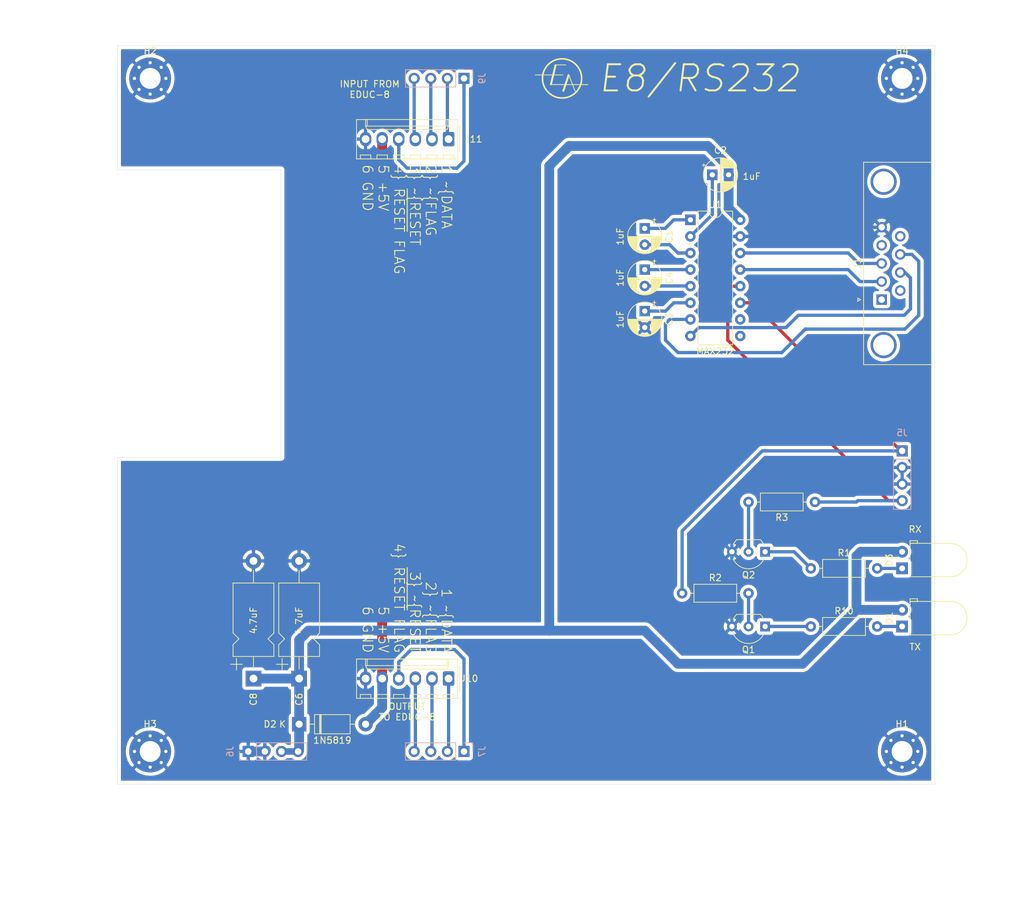
<source format=kicad_pcb>
(kicad_pcb (version 20171130) (host pcbnew "(5.1.10-1-10_14)")
  (layers (0 F.Cu signal) (31 B.Cu signal) (34 B.Paste user) (35 F.Paste user) (36 B.SilkS user) (37 F.SilkS user) (38 B.Mask user) (39 F.Mask user) (44 Edge.Cuts user))
  (net 0 "")
  (net 1 "Net-(J1-Pad9)")
  (net 2 "Net-(J1-Pad4)")
  (net 3 "Net-(D1-Pad1)")
  (net 4 +5V)
  (net 5 GND)
  (net 6 "Net-(C1-Pad1)")
  (net 7 "Net-(C2-Pad1)")
  (net 8 RX)
  (net 9 TX)
  (net 10 "Net-(C4-Pad1)")
  (net 11 rst)
  (net 12 flag)
  (net 13 data)
  (net 14 clock)
  (net 15 I_rst)
  (net 16 I_flag)
  (net 17 I_data)
  (net 18 I_clock)
  (net 19 "Net-(D2-Pad2)")
  (net 20 "Net-(C1-Pad2)")
  (net 21 "Net-(C3-Pad1)")
  (net 22 "Net-(C4-Pad2)")
  (net 23 CTS)
  (net 24 RTS)
  (net 25 "Net-(J1-Pad6)")
  (net 26 TX_D)
  (net 27 RX_D)
  (net 28 "Net-(J1-Pad1)")
  (net 29 "Net-(U1-Pad10)")
  (net 30 "Net-(U1-Pad9)")
  (net 31 "Net-(D3-Pad1)")
  (net 32 "Net-(Q1-Pad1)")
  (net 33 "Net-(Q1-Pad2)")
  (net 34 "Net-(Q2-Pad1)")
  (net 35 "Net-(Q2-Pad2)")
  (net 36 "Net-(U1-Pad12)")
  (module Resistor_THT:R_Axial_DIN0207_L6.3mm_D2.5mm_P10.16mm_Horizontal (layer F.Cu) (at 136.045 108.87)
    (fp_text reference R10 (at 5.08 -2.37) (layer F.SilkS))
    (fp_text value 180R)
    (pad 2 thru_hole oval (at 10.16 0) (size 1.6 1.6) (drill 0.8) (layers *.Cu *.Mask) (net 3 "Net-(D1-Pad1)"))
    (pad 1 thru_hole circle (at 0 0) (size 1.6 1.6) (drill 0.8) (layers *.Cu *.Mask) (net 32 "Net-(Q1-Pad1)"))
  )
  (module Resistor_THT:R_Axial_DIN0207_L6.3mm_D2.5mm_P10.16mm_Horizontal (layer F.Cu) (at 136.68 89.82 180)
    (fp_text reference R3 (at 5.08 -2.37) (layer F.SilkS))
    (fp_text value 4k7)
    (pad 2 thru_hole oval (at 10.16 0 180) (size 1.6 1.6) (drill 0.8) (layers *.Cu *.Mask) (net 35 "Net-(Q2-Pad2)"))
    (pad 1 thru_hole circle (at 0 0 180) (size 1.6 1.6) (drill 0.8) (layers *.Cu *.Mask) (net 8 RX))
  )
  (module Resistor_THT:R_Axial_DIN0207_L6.3mm_D2.5mm_P10.16mm_Horizontal (layer F.Cu) (at 116.36 103.79)
    (fp_text reference R2 (at 5.08 -2.37) (layer F.SilkS))
    (fp_text value 4k7)
    (pad 2 thru_hole oval (at 10.16 0) (size 1.6 1.6) (drill 0.8) (layers *.Cu *.Mask) (net 33 "Net-(Q1-Pad2)"))
    (pad 1 thru_hole circle (at 0 0) (size 1.6 1.6) (drill 0.8) (layers *.Cu *.Mask) (net 9 TX))
  )
  (module Resistor_THT:R_Axial_DIN0207_L6.3mm_D2.5mm_P10.16mm_Horizontal (layer F.Cu) (at 136.045 99.98)
    (fp_text reference R1 (at 5.08 -2.37) (layer F.SilkS))
    (fp_text value 180R)
    (pad 2 thru_hole oval (at 10.16 0) (size 1.6 1.6) (drill 0.8) (layers *.Cu *.Mask) (net 31 "Net-(D3-Pad1)"))
    (pad 1 thru_hole circle (at 0 0) (size 1.6 1.6) (drill 0.8) (layers *.Cu *.Mask) (net 34 "Net-(Q2-Pad1)"))
  )
  (module Package_TO_SOT_THT:TO-92_Inline_Wide (layer F.Cu) (at 129.06 97.44 180)
    (fp_text reference Q2 (at 2.54 -3.56) (layer F.SilkS))
    (fp_text value BC548)
    (pad 1 thru_hole rect (at 0 0 180) (size 1.5 1.5) (drill 0.8) (layers *.Cu *.Mask) (net 34 "Net-(Q2-Pad1)"))
    (pad 3 thru_hole circle (at 5.08 0 180) (size 1.5 1.5) (drill 0.8) (layers *.Cu *.Mask) (net 5 GND))
    (pad 2 thru_hole circle (at 2.54 0 180) (size 1.5 1.5) (drill 0.8) (layers *.Cu *.Mask) (net 35 "Net-(Q2-Pad2)"))
  )
  (module Package_TO_SOT_THT:TO-92_Inline_Wide (layer F.Cu) (at 129.06 108.87 180)
    (fp_text reference Q1 (at 2.54 -3.56) (layer F.SilkS))
    (fp_text value BC548)
    (pad 1 thru_hole rect (at 0 0 180) (size 1.5 1.5) (drill 0.8) (layers *.Cu *.Mask) (net 32 "Net-(Q1-Pad1)"))
    (pad 3 thru_hole circle (at 5.08 0 180) (size 1.5 1.5) (drill 0.8) (layers *.Cu *.Mask) (net 5 GND))
    (pad 2 thru_hole circle (at 2.54 0 180) (size 1.5 1.5) (drill 0.8) (layers *.Cu *.Mask) (net 33 "Net-(Q1-Pad2)"))
  )
  (module LED_THT:LED_D5.0mm_Horizontal_O1.27mm_Z3.0mm (layer F.Cu) (at 150.015 99.98 90)
    (fp_text reference D3 (at 1.27 -1.96 90) (layer F.SilkS))
    (fp_text value LED)
    (pad 2 thru_hole circle (at 2.54 0 90) (size 1.8 1.8) (drill 0.9) (layers *.Cu *.Mask) (net 4 +5V))
    (pad 1 thru_hole rect (at 0 0 90) (size 1.8 1.8) (drill 0.9) (layers *.Cu *.Mask) (net 31 "Net-(D3-Pad1)"))
  )
  (module LED_THT:LED_D5.0mm_Horizontal_O1.27mm_Z3.0mm (layer F.Cu) (at 150.015 108.87 90)
    (fp_text reference D1 (at 1.27 -1.96 90) (layer F.SilkS))
    (fp_text value LED)
    (pad 2 thru_hole circle (at 2.54 0 90) (size 1.8 1.8) (drill 0.9) (layers *.Cu *.Mask) (net 4 +5V))
    (pad 1 thru_hole rect (at 0 0 90) (size 1.8 1.8) (drill 0.9) (layers *.Cu *.Mask) (net 3 "Net-(D1-Pad1)"))
  )
  (module Connector_PinSocket_2.54mm:PinSocket_1x04_P2.54mm_Vertical (layer B.Cu) (at 150.015 82 180)
    (fp_text reference J5 (at 0 2.77) (layer B.SilkS) (effects (justify mirror)))
    (fp_text value Conn_01x04_Female)
    (pad 4 thru_hole oval (at 0 -7.62 180) (size 1.7 1.7) (drill 1) (layers *.Cu *.Mask) (net 8 RX))
    (pad 3 thru_hole oval (at 0 -5.08 180) (size 1.7 1.7) (drill 1) (layers *.Cu *.Mask) (net 5 GND))
    (pad 2 thru_hole oval (at 0 -2.54 180) (size 1.7 1.7) (drill 1) (layers *.Cu *.Mask) (net 5 GND))
    (pad 1 thru_hole rect (at 0 0 180) (size 1.7 1.7) (drill 1) (layers *.Cu *.Mask) (net 9 TX))
  )
  (module Package_DIP:DIP-16_W7.62mm (layer F.Cu) (at 117.63 46.64)
    (fp_text reference U1 (at 3.81 -2.33) (layer F.SilkS))
    (fp_text value MAX232 (at 3.81 20.11) (layer F.SilkS))
    (pad 16 thru_hole oval (at 7.62 0) (size 1.6 1.6) (drill 0.8) (layers *.Cu *.Mask) (net 4 +5V))
    (pad 8 thru_hole oval (at 0 17.78) (size 1.6 1.6) (drill 0.8) (layers *.Cu *.Mask) (net 24 RTS))
    (pad 15 thru_hole oval (at 7.62 2.54) (size 1.6 1.6) (drill 0.8) (layers *.Cu *.Mask) (net 5 GND))
    (pad 7 thru_hole oval (at 0 15.24) (size 1.6 1.6) (drill 0.8) (layers *.Cu *.Mask) (net 23 CTS))
    (pad 14 thru_hole oval (at 7.62 5.08) (size 1.6 1.6) (drill 0.8) (layers *.Cu *.Mask) (net 26 TX_D))
    (pad 6 thru_hole oval (at 0 12.7) (size 1.6 1.6) (drill 0.8) (layers *.Cu *.Mask) (net 21 "Net-(C3-Pad1)"))
    (pad 13 thru_hole oval (at 7.62 7.62) (size 1.6 1.6) (drill 0.8) (layers *.Cu *.Mask) (net 27 RX_D))
    (pad 5 thru_hole oval (at 0 10.16) (size 1.6 1.6) (drill 0.8) (layers *.Cu *.Mask) (net 22 "Net-(C4-Pad2)"))
    (pad 12 thru_hole oval (at 7.62 10.16) (size 1.6 1.6) (drill 0.8) (layers *.Cu *.Mask) (net 36 "Net-(U1-Pad12)"))
    (pad 4 thru_hole oval (at 0 7.62) (size 1.6 1.6) (drill 0.8) (layers *.Cu *.Mask) (net 10 "Net-(C4-Pad1)"))
    (pad 11 thru_hole oval (at 7.62 12.7) (size 1.6 1.6) (drill 0.8) (layers *.Cu *.Mask) (net 9 TX))
    (pad 3 thru_hole oval (at 0 5.08) (size 1.6 1.6) (drill 0.8) (layers *.Cu *.Mask) (net 20 "Net-(C1-Pad2)"))
    (pad 10 thru_hole oval (at 7.62 15.24) (size 1.6 1.6) (drill 0.8) (layers *.Cu *.Mask) (net 29 "Net-(U1-Pad10)"))
    (pad 2 thru_hole oval (at 0 2.54) (size 1.6 1.6) (drill 0.8) (layers *.Cu *.Mask) (net 7 "Net-(C2-Pad1)"))
    (pad 9 thru_hole oval (at 7.62 17.78) (size 1.6 1.6) (drill 0.8) (layers *.Cu *.Mask) (net 30 "Net-(U1-Pad9)"))
    (pad 1 thru_hole rect (at 0 0) (size 1.6 1.6) (drill 0.8) (layers *.Cu *.Mask) (net 6 "Net-(C1-Pad1)"))
  )
  (module Connector_Dsub:DSUB-9_Male_Horizontal_P2.77x2.84mm_EdgePinOffset4.94mm_Housed_MountingHolesOffset7.48mm (layer F.Cu) (at 146.88 58.855 90)
    (fp_text reference J1 (at 5.54 -3.7 90) (layer F.SilkS))
    (fp_text value DB9_Male)
    (pad 0 thru_hole circle (at 18.04 0.3 90) (size 4 4) (drill 3.2) (layers *.Cu *.Mask))
    (pad 0 thru_hole circle (at -6.96 0.3 90) (size 4 4) (drill 3.2) (layers *.Cu *.Mask))
    (pad 9 thru_hole circle (at 9.695 2.84 90) (size 1.6 1.6) (drill 1) (layers *.Cu *.Mask) (net 1 "Net-(J1-Pad9)"))
    (pad 8 thru_hole circle (at 6.925 2.84 90) (size 1.6 1.6) (drill 1) (layers *.Cu *.Mask) (net 23 CTS))
    (pad 7 thru_hole circle (at 4.155 2.84 90) (size 1.6 1.6) (drill 1) (layers *.Cu *.Mask) (net 24 RTS))
    (pad 6 thru_hole circle (at 1.385 2.84 90) (size 1.6 1.6) (drill 1) (layers *.Cu *.Mask) (net 25 "Net-(J1-Pad6)"))
    (pad 5 thru_hole circle (at 11.08 0 90) (size 1.6 1.6) (drill 1) (layers *.Cu *.Mask) (net 5 GND))
    (pad 4 thru_hole circle (at 8.31 0 90) (size 1.6 1.6) (drill 1) (layers *.Cu *.Mask) (net 2 "Net-(J1-Pad4)"))
    (pad 3 thru_hole circle (at 5.54 0 90) (size 1.6 1.6) (drill 1) (layers *.Cu *.Mask) (net 26 TX_D))
    (pad 2 thru_hole circle (at 2.77 0 90) (size 1.6 1.6) (drill 1) (layers *.Cu *.Mask) (net 27 RX_D))
    (pad 1 thru_hole rect (at 0 0 90) (size 1.6 1.6) (drill 1) (layers *.Cu *.Mask) (net 28 "Net-(J1-Pad1)"))
  )
  (module Capacitor_THT:CP_Radial_D5.0mm_P2.50mm (layer F.Cu) (at 110.645 54.26 270)
    (fp_text reference C4 (at 1.25 -3.75 90) (layer F.SilkS))
    (fp_text value 1uF (at 1.25 3.75 90) (layer F.SilkS))
    (pad 2 thru_hole circle (at 2.5 0 270) (size 1.6 1.6) (drill 0.8) (layers *.Cu *.Mask) (net 22 "Net-(C4-Pad2)"))
    (pad 1 thru_hole rect (at 0 0 270) (size 1.6 1.6) (drill 0.8) (layers *.Cu *.Mask) (net 10 "Net-(C4-Pad1)"))
  )
  (module Capacitor_THT:CP_Radial_D5.0mm_P2.50mm (layer F.Cu) (at 110.645 60.61 270)
    (fp_text reference C3 (at 1.25 -3.75 90) (layer F.SilkS))
    (fp_text value 1uF (at 1.25 3.75 270) (layer F.SilkS))
    (pad 2 thru_hole circle (at 2.5 0 270) (size 1.6 1.6) (drill 0.8) (layers *.Cu *.Mask) (net 5 GND))
    (pad 1 thru_hole rect (at 0 0 270) (size 1.6 1.6) (drill 0.8) (layers *.Cu *.Mask) (net 21 "Net-(C3-Pad1)"))
  )
  (module Capacitor_THT:CP_Radial_D5.0mm_P2.50mm (layer F.Cu) (at 120.98 39.755)
    (fp_text reference C2 (at 1.25 -3.75) (layer F.SilkS))
    (fp_text value 1uF (at 6.02 0.245) (layer F.SilkS))
    (pad 2 thru_hole circle (at 2.5 0) (size 1.6 1.6) (drill 0.8) (layers *.Cu *.Mask) (net 4 +5V))
    (pad 1 thru_hole rect (at 0 0) (size 1.6 1.6) (drill 0.8) (layers *.Cu *.Mask) (net 7 "Net-(C2-Pad1)"))
  )
  (module Capacitor_THT:CP_Radial_D5.0mm_P2.50mm (layer F.Cu) (at 110.645 47.95 270)
    (fp_text reference C1 (at 1.25 -3.75 90) (layer F.SilkS))
    (fp_text value 1uF (at 1.25 3.75 90) (layer F.SilkS))
    (pad 2 thru_hole circle (at 2.5 0 270) (size 1.6 1.6) (drill 0.8) (layers *.Cu *.Mask) (net 20 "Net-(C1-Pad2)"))
    (pad 1 thru_hole rect (at 0 0 270) (size 1.6 1.6) (drill 0.8) (layers *.Cu *.Mask) (net 6 "Net-(C1-Pad1)"))
  )
  (module Diode_THT:D_DO-41_SOD81_P10.16mm_Horizontal (layer F.Cu) (at 57.785 123.825)
    (fp_text reference D2 (at -4.445 0) (layer F.SilkS))
    (fp_text value 1N5819 (at 5.08 2.47) (layer F.SilkS))
    (fp_text user K (at -2.54 0) (layer F.SilkS))
    (pad 2 thru_hole oval (at 10.16 0) (size 2.2 2.2) (drill 1.1) (layers *.Cu *.Mask) (net 19 "Net-(D2-Pad2)"))
    (pad 1 thru_hole rect (at 0 0) (size 2.2 2.2) (drill 1.1) (layers *.Cu *.Mask) (net 4 +5V))
  )
  (module Capacitor_THT:CP_Axial_L11.0mm_D6.0mm_P18.00mm_Horizontal (layer F.Cu) (at 50.8 116.84 90)
    (fp_text reference C8 (at -3.175 0 90) (layer F.SilkS))
    (fp_text value 4.7uF (at 8.89 0 90) (layer F.SilkS))
    (pad 2 thru_hole oval (at 18 0 90) (size 2.4 2.4) (drill 1.2) (layers *.Cu *.Mask) (net 5 GND))
    (pad 1 thru_hole rect (at 0 0 90) (size 2.4 2.4) (drill 1.2) (layers *.Cu *.Mask) (net 4 +5V))
  )
  (module Capacitor_THT:CP_Axial_L11.0mm_D6.0mm_P18.00mm_Horizontal (layer F.Cu) (at 57.785 116.84 90)
    (fp_text reference C6 (at -3.175 0 90) (layer F.SilkS))
    (fp_text value 4.7uF (at 8.89 0 90) (layer F.SilkS))
    (pad 2 thru_hole oval (at 18 0 90) (size 2.4 2.4) (drill 1.2) (layers *.Cu *.Mask) (net 5 GND))
    (pad 1 thru_hole rect (at 0 0 90) (size 2.4 2.4) (drill 1.2) (layers *.Cu *.Mask) (net 4 +5V))
  )
  (module EDUC-8:EA_Symbol (layer F.Cu) (at 98 25)
    (fp_text reference REF** hide)
    (fp_text value EA_Symbol hide)
  )
  (module Connector_Molex:Molex_KK-254_AE-6410-06A_1x06_P2.54mm_Vertical (layer F.Cu) (at 80.645 34.29 180)
    (fp_text reference J11 (at -3.81 0) (layer F.SilkS))
    (fp_text value Conn_01x06_Male)
    (pad 6 thru_hole oval (at 12.7 0 180) (size 1.74 2.19) (drill 1.19) (layers *.Cu *.Mask) (net 5 GND))
    (pad 5 thru_hole oval (at 10.16 0 180) (size 1.74 2.19) (drill 1.19) (layers *.Cu *.Mask) (net 19 "Net-(D2-Pad2)"))
    (pad 4 thru_hole oval (at 7.62 0 180) (size 1.74 2.19) (drill 1.19) (layers *.Cu *.Mask) (net 14 clock))
    (pad 3 thru_hole oval (at 5.08 0 180) (size 1.74 2.19) (drill 1.19) (layers *.Cu *.Mask) (net 11 rst))
    (pad 2 thru_hole oval (at 2.54 0 180) (size 1.74 2.19) (drill 1.19) (layers *.Cu *.Mask) (net 12 flag))
    (pad 1 thru_hole roundrect (at 0 0 180) (size 1.74 2.19) (drill 1.19) (layers *.Cu *.Mask) (roundrect_rratio 0.1436775862068966) (net 13 data))
  )
  (module Connector_Molex:Molex_KK-254_AE-6410-06A_1x06_P2.54mm_Vertical (layer F.Cu) (at 80.645 116.84 180)
    (fp_text reference J10 (at -3.175 0) (layer F.SilkS))
    (fp_text value Conn_01x06_Male)
    (pad 6 thru_hole oval (at 12.7 0 180) (size 1.74 2.19) (drill 1.19) (layers *.Cu *.Mask) (net 5 GND))
    (pad 5 thru_hole oval (at 10.16 0 180) (size 1.74 2.19) (drill 1.19) (layers *.Cu *.Mask) (net 19 "Net-(D2-Pad2)"))
    (pad 4 thru_hole oval (at 7.62 0 180) (size 1.74 2.19) (drill 1.19) (layers *.Cu *.Mask) (net 18 I_clock))
    (pad 3 thru_hole oval (at 5.08 0 180) (size 1.74 2.19) (drill 1.19) (layers *.Cu *.Mask) (net 15 I_rst))
    (pad 2 thru_hole oval (at 2.54 0 180) (size 1.74 2.19) (drill 1.19) (layers *.Cu *.Mask) (net 16 I_flag))
    (pad 1 thru_hole roundrect (at 0 0 180) (size 1.74 2.19) (drill 1.19) (layers *.Cu *.Mask) (roundrect_rratio 0.1436775862068966) (net 17 I_data))
  )
  (module Connector_PinSocket_2.54mm:PinSocket_1x04_P2.54mm_Vertical (layer B.Cu) (at 83 25 90)
    (fp_text reference J9 (at 0 2.77 -90) (layer B.SilkS) (effects (justify mirror)))
    (fp_text value Conn_01x04_Female hide)
    (pad 4 thru_hole oval (at 0 -7.62 90) (size 1.7 1.7) (drill 1) (layers *.Cu *.Mask) (net 11 rst))
    (pad 3 thru_hole oval (at 0 -5.08 90) (size 1.7 1.7) (drill 1) (layers *.Cu *.Mask) (net 12 flag))
    (pad 2 thru_hole oval (at 0 -2.54 90) (size 1.7 1.7) (drill 1) (layers *.Cu *.Mask) (net 13 data))
    (pad 1 thru_hole rect (at 0 0 90) (size 1.7 1.7) (drill 1) (layers *.Cu *.Mask) (net 14 clock))
  )
  (module Connector_PinSocket_2.54mm:PinSocket_1x04_P2.54mm_Vertical (layer B.Cu) (at 83 128 90)
    (fp_text reference J7 (at 0 2.77 -90) (layer B.SilkS) (effects (justify mirror)))
    (fp_text value Conn_01x04_Female)
    (pad 4 thru_hole oval (at 0 -7.62 90) (size 1.7 1.7) (drill 1) (layers *.Cu *.Mask) (net 15 I_rst))
    (pad 3 thru_hole oval (at 0 -5.08 90) (size 1.7 1.7) (drill 1) (layers *.Cu *.Mask) (net 16 I_flag))
    (pad 2 thru_hole oval (at 0 -2.54 90) (size 1.7 1.7) (drill 1) (layers *.Cu *.Mask) (net 17 I_data))
    (pad 1 thru_hole rect (at 0 0 90) (size 1.7 1.7) (drill 1) (layers *.Cu *.Mask) (net 18 I_clock))
  )
  (module Connector_PinSocket_2.54mm:PinSocket_1x04_P2.54mm_Vertical (layer B.Cu) (at 50 128 270)
    (fp_text reference J6 (at 0 2.77 270) (layer B.SilkS) (effects (justify mirror)))
    (fp_text value Conn_01x04_Female)
    (pad 4 thru_hole oval (at 0 -7.62 270) (size 1.7 1.7) (drill 1) (layers *.Cu *.Mask) (net 4 +5V))
    (pad 3 thru_hole oval (at 0 -5.08 270) (size 1.7 1.7) (drill 1) (layers *.Cu *.Mask) (net 4 +5V))
    (pad 2 thru_hole oval (at 0 -2.54 270) (size 1.7 1.7) (drill 1) (layers *.Cu *.Mask) (net 5 GND))
    (pad 1 thru_hole rect (at 0 0 270) (size 1.7 1.7) (drill 1) (layers *.Cu *.Mask) (net 5 GND))
  )
  (module MountingHole:MountingHole_3.2mm_M3_Pad_Via (layer F.Cu) (at 150 25)
    (fp_text reference H4 (at 0 -4.2) (layer F.SilkS))
    (fp_text value M3)
    (pad 1 thru_hole circle (at 1.697056 -1.697056) (size 0.8 0.8) (drill 0.5) (layers *.Cu *.Mask) (net 5 GND))
    (pad 1 thru_hole circle (at 0 -2.4) (size 0.8 0.8) (drill 0.5) (layers *.Cu *.Mask) (net 5 GND))
    (pad 1 thru_hole circle (at -1.697056 -1.697056) (size 0.8 0.8) (drill 0.5) (layers *.Cu *.Mask) (net 5 GND))
    (pad 1 thru_hole circle (at -2.4 0) (size 0.8 0.8) (drill 0.5) (layers *.Cu *.Mask) (net 5 GND))
    (pad 1 thru_hole circle (at -1.697056 1.697056) (size 0.8 0.8) (drill 0.5) (layers *.Cu *.Mask) (net 5 GND))
    (pad 1 thru_hole circle (at 0 2.4) (size 0.8 0.8) (drill 0.5) (layers *.Cu *.Mask) (net 5 GND))
    (pad 1 thru_hole circle (at 1.697056 1.697056) (size 0.8 0.8) (drill 0.5) (layers *.Cu *.Mask) (net 5 GND))
    (pad 1 thru_hole circle (at 2.4 0) (size 0.8 0.8) (drill 0.5) (layers *.Cu *.Mask) (net 5 GND))
    (pad 1 thru_hole circle (at 0 0) (size 6.4 6.4) (drill 3.2) (layers *.Cu *.Mask) (net 5 GND))
  )
  (module MountingHole:MountingHole_3.2mm_M3_Pad_Via (layer F.Cu) (at 35 128)
    (fp_text reference H3 (at 0 -4.2) (layer F.SilkS))
    (fp_text value M3)
    (pad 1 thru_hole circle (at 1.697056 -1.697056) (size 0.8 0.8) (drill 0.5) (layers *.Cu *.Mask) (net 5 GND))
    (pad 1 thru_hole circle (at 0 -2.4) (size 0.8 0.8) (drill 0.5) (layers *.Cu *.Mask) (net 5 GND))
    (pad 1 thru_hole circle (at -1.697056 -1.697056) (size 0.8 0.8) (drill 0.5) (layers *.Cu *.Mask) (net 5 GND))
    (pad 1 thru_hole circle (at -2.4 0) (size 0.8 0.8) (drill 0.5) (layers *.Cu *.Mask) (net 5 GND))
    (pad 1 thru_hole circle (at -1.697056 1.697056) (size 0.8 0.8) (drill 0.5) (layers *.Cu *.Mask) (net 5 GND))
    (pad 1 thru_hole circle (at 0 2.4) (size 0.8 0.8) (drill 0.5) (layers *.Cu *.Mask) (net 5 GND))
    (pad 1 thru_hole circle (at 1.697056 1.697056) (size 0.8 0.8) (drill 0.5) (layers *.Cu *.Mask) (net 5 GND))
    (pad 1 thru_hole circle (at 2.4 0) (size 0.8 0.8) (drill 0.5) (layers *.Cu *.Mask) (net 5 GND))
    (pad 1 thru_hole circle (at 0 0) (size 6.4 6.4) (drill 3.2) (layers *.Cu *.Mask) (net 5 GND))
  )
  (module MountingHole:MountingHole_3.2mm_M3_Pad_Via (layer F.Cu) (at 35 25)
    (fp_text reference H2 (at 0 -4.2) (layer F.SilkS))
    (fp_text value M3)
    (pad 1 thru_hole circle (at 1.697056 -1.697056) (size 0.8 0.8) (drill 0.5) (layers *.Cu *.Mask) (net 5 GND))
    (pad 1 thru_hole circle (at 0 -2.4) (size 0.8 0.8) (drill 0.5) (layers *.Cu *.Mask) (net 5 GND))
    (pad 1 thru_hole circle (at -1.697056 -1.697056) (size 0.8 0.8) (drill 0.5) (layers *.Cu *.Mask) (net 5 GND))
    (pad 1 thru_hole circle (at -2.4 0) (size 0.8 0.8) (drill 0.5) (layers *.Cu *.Mask) (net 5 GND))
    (pad 1 thru_hole circle (at -1.697056 1.697056) (size 0.8 0.8) (drill 0.5) (layers *.Cu *.Mask) (net 5 GND))
    (pad 1 thru_hole circle (at 0 2.4) (size 0.8 0.8) (drill 0.5) (layers *.Cu *.Mask) (net 5 GND))
    (pad 1 thru_hole circle (at 1.697056 1.697056) (size 0.8 0.8) (drill 0.5) (layers *.Cu *.Mask) (net 5 GND))
    (pad 1 thru_hole circle (at 2.4 0) (size 0.8 0.8) (drill 0.5) (layers *.Cu *.Mask) (net 5 GND))
    (pad 1 thru_hole circle (at 0 0) (size 6.4 6.4) (drill 3.2) (layers *.Cu *.Mask) (net 5 GND))
  )
  (module MountingHole:MountingHole_3.2mm_M3_Pad_Via (layer F.Cu) (at 150 128)
    (fp_text reference H1 (at 0 -4.2) (layer F.SilkS))
    (fp_text value M3)
    (pad 1 thru_hole circle (at 1.697056 -1.697056) (size 0.8 0.8) (drill 0.5) (layers *.Cu *.Mask) (net 5 GND))
    (pad 1 thru_hole circle (at 0 -2.4) (size 0.8 0.8) (drill 0.5) (layers *.Cu *.Mask) (net 5 GND))
    (pad 1 thru_hole circle (at -1.697056 -1.697056) (size 0.8 0.8) (drill 0.5) (layers *.Cu *.Mask) (net 5 GND))
    (pad 1 thru_hole circle (at -2.4 0) (size 0.8 0.8) (drill 0.5) (layers *.Cu *.Mask) (net 5 GND))
    (pad 1 thru_hole circle (at -1.697056 1.697056) (size 0.8 0.8) (drill 0.5) (layers *.Cu *.Mask) (net 5 GND))
    (pad 1 thru_hole circle (at 0 2.4) (size 0.8 0.8) (drill 0.5) (layers *.Cu *.Mask) (net 5 GND))
    (pad 1 thru_hole circle (at 1.697056 1.697056) (size 0.8 0.8) (drill 0.5) (layers *.Cu *.Mask) (net 5 GND))
    (pad 1 thru_hole circle (at 2.4 0) (size 0.8 0.8) (drill 0.5) (layers *.Cu *.Mask) (net 5 GND))
    (pad 1 thru_hole circle (at 0 0) (size 6.4 6.4) (drill 3.2) (layers *.Cu *.Mask) (net 5 GND))
  )
  (gr_text RX (at 152 94) (layer F.SilkS) (effects (font (size 1 1))))
  (gr_text TX (at 152 112) (layer F.SilkS) (effects (font (size 1 1))))
  (gr_text "1 ~DATA\n2 ~FLAG\n3 ~RESET\n4 ~RESET FLAG\n5 +5V\n6 GND" (at 74.295 38.1 -90) (layer F.SilkS) (effects (font (size 1.5 1.5)) (justify left)))
  (gr_text "1 ~DATA\n2 ~FLAG\n3 ~RESET\n4 ~RESET FLAG\n5 +5V\n6 GND" (at 74.295 113.03 -90) (layer F.SilkS) (effects (font (size 1.5 1.5)) (justify right)))
  (gr_text E8/RS232 (at 119 25) (layer F.SilkS) (effects (font (size 4 4) (thickness 0.3) italic)))
  (gr_text "OUTPUT\nTO EDUC-8" (at 74.295 121.92) (layer F.SilkS) (effects (font (size 1 1))))
  (gr_text "INPUT FROM\nEDUC-8" (at 68.58 26.67) (layer F.SilkS) (effects (font (size 1 1))))
  (gr_line (start 55 39) (end 55 83) (layer Edge.Cuts) (width 0.05))
  (gr_line (start 30 39) (end 55 39) (layer Edge.Cuts) (width 0.05))
  (gr_line (start 30 33) (end 30 39) (layer Edge.Cuts) (width 0.05))
  (gr_line (start 30 33) (end 30 20) (layer Edge.Cuts) (width 0.05))
  (gr_line (start 30 83) (end 55 83) (layer Edge.Cuts) (width 0.05))
  (gr_line (start 30 133) (end 30 83) (layer Edge.Cuts) (width 0.05))
  (gr_line (start 155 133) (end 30 133) (layer Edge.Cuts) (width 0.05))
  (gr_line (start 155 20) (end 155 133) (layer Edge.Cuts) (width 0.05))
  (gr_line (start 30 20) (end 155 20) (layer Edge.Cuts) (width 0.05))
  (segment (start 146.205 108.87) (end 150.015 108.87) (width 0.5) (layer B.Cu) (net 3))
  (segment (start 57.54 127.92) (end 57.62 128) (width 1) (layer B.Cu) (net 4))
  (segment (start 55.08 128) (end 57.62 128) (width 1) (layer B.Cu) (net 4))
  (segment (start 50.8 116.84) (end 57.785 116.84) (width 1.5) (layer B.Cu) (net 4))
  (segment (start 57.785 127.835) (end 57.62 128) (width 1.5) (layer B.Cu) (net 4))
  (segment (start 57.785 123.825) (end 57.785 127.835) (width 1.5) (layer B.Cu) (net 4))
  (segment (start 57.785 116.84) (end 57.785 123.825) (width 1.5) (layer B.Cu) (net 4))
  (segment (start 57.785 116.84) (end 57.785 110.93) (width 1.5) (layer B.Cu) (net 4))
  (segment (start 57.785 110.93) (end 59.21 109.505) (width 1.5) (layer B.Cu) (net 4))
  (segment (start 110.645 109.505) (end 115.725 114.585) (width 1.5) (layer B.Cu) (net 4))
  (segment (start 115.725 114.585) (end 134.775 114.585) (width 1.5) (layer B.Cu) (net 4))
  (segment (start 143.03 106.33) (end 150.015 106.33) (width 1.5) (layer B.Cu) (net 4))
  (segment (start 134.775 114.585) (end 143.03 106.33) (width 1.5) (layer B.Cu) (net 4))
  (segment (start 143.03 106.33) (end 143.03 98.075) (width 1.5) (layer B.Cu) (net 4))
  (segment (start 143.665 97.44) (end 150.015 97.44) (width 1.5) (layer B.Cu) (net 4))
  (segment (start 143.03 98.075) (end 143.665 97.44) (width 1.5) (layer B.Cu) (net 4))
  (segment (start 123.48 44.87) (end 125.25 46.64) (width 1.5) (layer B.Cu) (net 4))
  (segment (start 123.48 39.755) (end 123.48 44.87) (width 1.5) (layer B.Cu) (net 4))
  (segment (start 96.04 109.505) (end 110.645 109.505) (width 1.5) (layer B.Cu) (net 4))
  (segment (start 59.21 109.505) (end 96.04 109.505) (width 1.5) (layer B.Cu) (net 4))
  (segment (start 99.08 35.345) (end 96.04 38.385) (width 1.5) (layer B.Cu) (net 4))
  (segment (start 123.48 38.52) (end 120.305 35.345) (width 1.5) (layer B.Cu) (net 4))
  (segment (start 96.04 38.385) (end 96.04 109.505) (width 1.5) (layer B.Cu) (net 4))
  (segment (start 120.305 35.345) (end 99.08 35.345) (width 1.5) (layer B.Cu) (net 4))
  (segment (start 123.48 39.755) (end 123.48 38.52) (width 1.5) (layer B.Cu) (net 4))
  (segment (start 52.705 127.835) (end 52.54 128) (width 1.5) (layer B.Cu) (net 5))
  (segment (start 52.54 128) (end 50 128) (width 1.5) (layer B.Cu) (net 5))
  (segment (start 125.25 49.18) (end 133.505 49.18) (width 0.5) (layer B.Cu) (net 5))
  (segment (start 134.91 47.775) (end 146.88 47.775) (width 0.5) (layer B.Cu) (net 5))
  (segment (start 133.505 49.18) (end 134.91 47.775) (width 0.5) (layer B.Cu) (net 5))
  (segment (start 123.98 97.44) (end 123.98 108.87) (width 0.5) (layer B.Cu) (net 5))
  (segment (start 123.98 97.44) (end 123.98 89.82) (width 0.5) (layer B.Cu) (net 5))
  (segment (start 126.72 87.08) (end 150.015 87.08) (width 0.5) (layer B.Cu) (net 5))
  (segment (start 123.98 89.82) (end 126.72 87.08) (width 0.5) (layer B.Cu) (net 5))
  (segment (start 110.645 47.95) (end 113.78 47.95) (width 0.5) (layer B.Cu) (net 6))
  (segment (start 115.09 46.64) (end 117.63 46.64) (width 0.5) (layer B.Cu) (net 6))
  (segment (start 113.78 47.95) (end 115.09 46.64) (width 0.5) (layer B.Cu) (net 6))
  (segment (start 120.98 45.83) (end 117.63 49.18) (width 0.5) (layer B.Cu) (net 7))
  (segment (start 120.98 39.755) (end 120.98 45.83) (width 0.5) (layer B.Cu) (net 7))
  (segment (start 123.98 56.8) (end 125.25 56.8) (width 0.5) (layer F.Cu) (net 36))
  (segment (start 123.345 57.435) (end 123.98 56.8) (width 0.5) (layer F.Cu) (net 36))
  (segment (start 123.345 65.055) (end 123.345 57.435) (width 0.5) (layer F.Cu) (net 36))
  (segment (start 147.91 89.62) (end 123.345 65.055) (width 0.5) (layer F.Cu) (net 36))
  (segment (start 150.015 89.62) (end 147.91 89.62) (width 0.5) (layer F.Cu) (net 36))
  (segment (start 136.68 89.82) (end 143.03 89.82) (width 0.5) (layer B.Cu) (net 8))
  (segment (start 143.23 89.62) (end 150.015 89.62) (width 0.5) (layer B.Cu) (net 8))
  (segment (start 143.03 89.82) (end 143.23 89.62) (width 0.5) (layer B.Cu) (net 8))
  (segment (start 127.155 59.34) (end 125.25 59.34) (width 0.5) (layer F.Cu) (net 9))
  (segment (start 149.815 82) (end 127.155 59.34) (width 0.5) (layer F.Cu) (net 9))
  (segment (start 150.015 82) (end 149.815 82) (width 0.5) (layer F.Cu) (net 9))
  (segment (start 150.015 82) (end 128.625 82) (width 0.5) (layer B.Cu) (net 9))
  (segment (start 116.36 94.265) (end 116.36 103.79) (width 0.5) (layer B.Cu) (net 9))
  (segment (start 128.625 82) (end 116.36 94.265) (width 0.5) (layer B.Cu) (net 9))
  (segment (start 110.645 54.26) (end 117.63 54.26) (width 0.5) (layer B.Cu) (net 10))
  (segment (start 75.38 34.105) (end 75.565 34.29) (width 0.5) (layer B.Cu) (net 11))
  (segment (start 75.38 25) (end 75.38 34.105) (width 0.5) (layer B.Cu) (net 11))
  (segment (start 77.92 34.105) (end 78.105 34.29) (width 0.5) (layer B.Cu) (net 12))
  (segment (start 77.92 25) (end 77.92 34.105) (width 0.5) (layer B.Cu) (net 12))
  (segment (start 80.46 34.105) (end 80.645 34.29) (width 0.5) (layer B.Cu) (net 13))
  (segment (start 80.46 25) (end 80.46 34.105) (width 0.5) (layer B.Cu) (net 13))
  (segment (start 83 25) (end 83 37.65) (width 0.5) (layer B.Cu) (net 14))
  (segment (start 83 37.65) (end 81.915 38.735) (width 0.5) (layer B.Cu) (net 14))
  (segment (start 81.915 38.735) (end 74.295 38.735) (width 0.5) (layer B.Cu) (net 14))
  (segment (start 73.025 37.465) (end 73.025 34.29) (width 0.5) (layer B.Cu) (net 14))
  (segment (start 74.295 38.735) (end 73.025 37.465) (width 0.5) (layer B.Cu) (net 14))
  (segment (start 75.565 127.815) (end 75.38 128) (width 0.5) (layer B.Cu) (net 15))
  (segment (start 75.565 116.84) (end 75.565 127.815) (width 0.5) (layer B.Cu) (net 15))
  (segment (start 78.105 127.815) (end 77.92 128) (width 0.5) (layer B.Cu) (net 16))
  (segment (start 78.105 116.84) (end 78.105 127.815) (width 0.5) (layer B.Cu) (net 16))
  (segment (start 80.645 127.815) (end 80.46 128) (width 0.5) (layer B.Cu) (net 17))
  (segment (start 80.645 116.84) (end 80.645 127.815) (width 0.5) (layer B.Cu) (net 17))
  (segment (start 83 128) (end 83 113.85) (width 0.5) (layer B.Cu) (net 18))
  (segment (start 83 113.85) (end 81.545 112.395) (width 0.5) (layer B.Cu) (net 18))
  (segment (start 81.545 112.395) (end 74.93 112.395) (width 0.5) (layer B.Cu) (net 18))
  (segment (start 73.025 114.3) (end 73.025 116.84) (width 0.5) (layer B.Cu) (net 18))
  (segment (start 74.93 112.395) (end 73.025 114.3) (width 0.5) (layer B.Cu) (net 18))
  (segment (start 70.485 121.285) (end 70.485 116.84) (width 1.5) (layer B.Cu) (net 19))
  (segment (start 67.945 123.825) (end 70.485 121.285) (width 1.5) (layer B.Cu) (net 19))
  (segment (start 73.025 43.815) (end 70.485 41.275) (width 1.5) (layer F.Cu) (net 19))
  (segment (start 73.025 65.405) (end 73.025 43.815) (width 1.5) (layer F.Cu) (net 19))
  (segment (start 70.485 67.945) (end 73.025 65.405) (width 1.5) (layer F.Cu) (net 19))
  (segment (start 70.485 41.275) (end 70.485 34.29) (width 1.5) (layer F.Cu) (net 19))
  (segment (start 70.485 116.84) (end 70.485 67.945) (width 1.5) (layer F.Cu) (net 19))
  (segment (start 110.645 50.45) (end 114.455 50.45) (width 0.5) (layer B.Cu) (net 20))
  (segment (start 115.725 51.72) (end 117.63 51.72) (width 0.5) (layer B.Cu) (net 20))
  (segment (start 114.455 50.45) (end 115.725 51.72) (width 0.5) (layer B.Cu) (net 20))
  (segment (start 110.645 60.61) (end 113.82 60.61) (width 0.5) (layer B.Cu) (net 21))
  (segment (start 115.09 59.34) (end 117.63 59.34) (width 0.5) (layer B.Cu) (net 21))
  (segment (start 113.82 60.61) (end 115.09 59.34) (width 0.5) (layer B.Cu) (net 21))
  (segment (start 117.59 56.76) (end 117.63 56.8) (width 0.5) (layer B.Cu) (net 22))
  (segment (start 110.645 56.76) (end 117.59 56.76) (width 0.5) (layer B.Cu) (net 22))
  (segment (start 113.82 65.055) (end 113.82 62.515) (width 0.5) (layer B.Cu) (net 23))
  (segment (start 131.6 66.96) (end 115.725 66.96) (width 0.5) (layer B.Cu) (net 23))
  (segment (start 135.195001 63.364999) (end 131.6 66.96) (width 0.5) (layer B.Cu) (net 23))
  (segment (start 150.435001 63.364999) (end 135.195001 63.364999) (width 0.5) (layer B.Cu) (net 23))
  (segment (start 152.555 61.245) (end 150.435001 63.364999) (width 0.5) (layer B.Cu) (net 23))
  (segment (start 114.455 61.88) (end 117.63 61.88) (width 0.5) (layer B.Cu) (net 23))
  (segment (start 113.82 62.515) (end 114.455 61.88) (width 0.5) (layer B.Cu) (net 23))
  (segment (start 115.725 66.96) (end 113.82 65.055) (width 0.5) (layer B.Cu) (net 23))
  (segment (start 152.555 52.99) (end 152.555 61.245) (width 0.5) (layer B.Cu) (net 23))
  (segment (start 151.495 51.93) (end 152.555 52.99) (width 0.5) (layer B.Cu) (net 23))
  (segment (start 149.72 51.93) (end 151.495 51.93) (width 0.5) (layer B.Cu) (net 23))
  (segment (start 118.919999 63.130001) (end 118.429999 63.620001) (width 0.5) (layer B.Cu) (net 24))
  (segment (start 132.254999 63.130001) (end 118.919999 63.130001) (width 0.5) (layer B.Cu) (net 24))
  (segment (start 134.14 61.245) (end 132.254999 63.130001) (width 0.5) (layer B.Cu) (net 24))
  (segment (start 150.455 54.7) (end 151.285 55.53) (width 0.5) (layer B.Cu) (net 24))
  (segment (start 151.285 55.53) (end 151.285 60.286037) (width 0.5) (layer B.Cu) (net 24))
  (segment (start 150.326037 61.245) (end 134.14 61.245) (width 0.5) (layer B.Cu) (net 24))
  (segment (start 118.429999 63.620001) (end 117.63 64.42) (width 0.5) (layer B.Cu) (net 24))
  (segment (start 151.285 60.286037) (end 150.326037 61.245) (width 0.5) (layer B.Cu) (net 24))
  (segment (start 149.72 54.7) (end 150.455 54.7) (width 0.5) (layer B.Cu) (net 24))
  (segment (start 125.25 51.72) (end 141.76 51.72) (width 0.5) (layer B.Cu) (net 26))
  (segment (start 143.355 53.315) (end 146.88 53.315) (width 0.5) (layer B.Cu) (net 26))
  (segment (start 141.76 51.72) (end 143.355 53.315) (width 0.5) (layer B.Cu) (net 26))
  (segment (start 125.25 54.26) (end 141.76 54.26) (width 0.5) (layer B.Cu) (net 27))
  (segment (start 143.585 56.085) (end 146.88 56.085) (width 0.5) (layer B.Cu) (net 27))
  (segment (start 141.76 54.26) (end 143.585 56.085) (width 0.5) (layer B.Cu) (net 27))
  (segment (start 146.205 99.98) (end 150.015 99.98) (width 0.5) (layer B.Cu) (net 31))
  (segment (start 129.06 108.87) (end 136.045 108.87) (width 0.5) (layer B.Cu) (net 32))
  (segment (start 126.52 108.87) (end 126.52 103.79) (width 0.5) (layer B.Cu) (net 33))
  (segment (start 133.505 97.44) (end 136.045 99.98) (width 0.5) (layer B.Cu) (net 34))
  (segment (start 129.06 97.44) (end 133.505 97.44) (width 0.5) (layer B.Cu) (net 34))
  (segment (start 126.52 92.36) (end 126.52 97.44) (width 0.5) (layer B.Cu) (net 35))
  (segment (start 126.52 89.82) (end 126.52 92.36) (width 0.5) (layer B.Cu) (net 35))
  (zone (net 5) (net_name GND) (layer B.Cu) (connect_pads (clearance 0.508)) (min_thickness 0.254) (fill yes (arc_segments 32) (thermal_gap 0.508) (thermal_bridge_width 0.508))
    (polygon (pts (xy 155 133) (xy 30 133) (xy 30 83) (xy 55 83) (xy 55 39) (xy 30 39) (xy 30 20) (xy 155 20)))
  )
)
</source>
